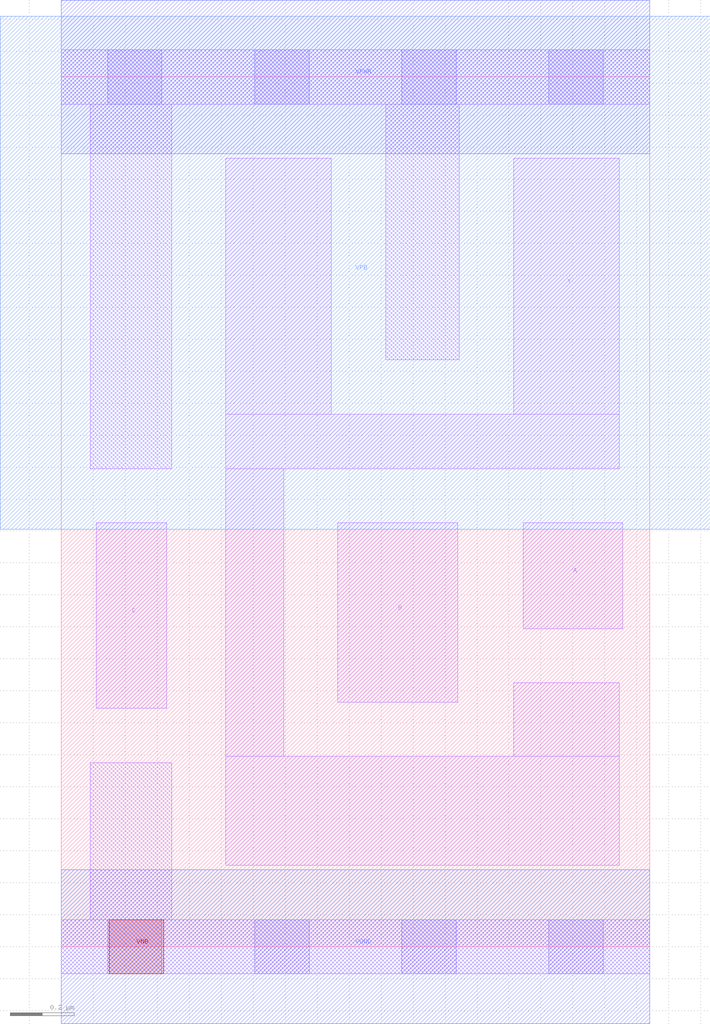
<source format=lef>
# Copyright 2020 The SkyWater PDK Authors
#
# Licensed under the Apache License, Version 2.0 (the "License");
# you may not use this file except in compliance with the License.
# You may obtain a copy of the License at
#
#     https://www.apache.org/licenses/LICENSE-2.0
#
# Unless required by applicable law or agreed to in writing, software
# distributed under the License is distributed on an "AS IS" BASIS,
# WITHOUT WARRANTIES OR CONDITIONS OF ANY KIND, either express or implied.
# See the License for the specific language governing permissions and
# limitations under the License.
#
# SPDX-License-Identifier: Apache-2.0

VERSION 5.7 ;
  NOWIREEXTENSIONATPIN ON ;
  DIVIDERCHAR "/" ;
  BUSBITCHARS "[]" ;
MACRO sky130_fd_sc_hd__nand3_1
  CLASS CORE ;
  FOREIGN sky130_fd_sc_hd__nand3_1 ;
  ORIGIN  0.000000  0.000000 ;
  SIZE  1.840000 BY  2.720000 ;
  SYMMETRY X Y R90 ;
  SITE unithd ;
  PIN A
    ANTENNAGATEAREA  0.247500 ;
    DIRECTION INPUT ;
    USE SIGNAL ;
    PORT
      LAYER li1 ;
        RECT 1.445000 0.995000 1.755000 1.325000 ;
    END
  END A
  PIN B
    ANTENNAGATEAREA  0.247500 ;
    DIRECTION INPUT ;
    USE SIGNAL ;
    PORT
      LAYER li1 ;
        RECT 0.865000 0.765000 1.240000 1.325000 ;
    END
  END B
  PIN C
    ANTENNAGATEAREA  0.247500 ;
    DIRECTION INPUT ;
    USE SIGNAL ;
    PORT
      LAYER li1 ;
        RECT 0.110000 0.745000 0.330000 1.325000 ;
    END
  END C
  PIN VNB
    PORT
      LAYER pwell ;
        RECT 0.150000 -0.085000 0.320000 0.085000 ;
    END
  END VNB
  PIN VPB
    PORT
      LAYER nwell ;
        RECT -0.190000 1.305000 2.030000 2.910000 ;
    END
  END VPB
  PIN Y
    ANTENNADIFFAREA  0.699000 ;
    DIRECTION OUTPUT ;
    USE SIGNAL ;
    PORT
      LAYER li1 ;
        RECT 0.515000 0.255000 1.745000 0.595000 ;
        RECT 0.515000 0.595000 0.695000 1.495000 ;
        RECT 0.515000 1.495000 1.745000 1.665000 ;
        RECT 0.515000 1.665000 0.845000 2.465000 ;
        RECT 1.415000 0.595000 1.745000 0.825000 ;
        RECT 1.415000 1.665000 1.745000 2.465000 ;
    END
  END Y
  PIN VGND
    DIRECTION INOUT ;
    SHAPE ABUTMENT ;
    USE GROUND ;
    PORT
      LAYER met1 ;
        RECT 0.000000 -0.240000 1.840000 0.240000 ;
    END
  END VGND
  PIN VPWR
    DIRECTION INOUT ;
    SHAPE ABUTMENT ;
    USE POWER ;
    PORT
      LAYER met1 ;
        RECT 0.000000 2.480000 1.840000 2.960000 ;
    END
  END VPWR
  OBS
    LAYER li1 ;
      RECT 0.000000 -0.085000 1.840000 0.085000 ;
      RECT 0.000000  2.635000 1.840000 2.805000 ;
      RECT 0.090000  0.085000 0.345000 0.575000 ;
      RECT 0.090000  1.495000 0.345000 2.635000 ;
      RECT 1.015000  1.835000 1.245000 2.635000 ;
    LAYER mcon ;
      RECT 0.145000 -0.085000 0.315000 0.085000 ;
      RECT 0.145000  2.635000 0.315000 2.805000 ;
      RECT 0.605000 -0.085000 0.775000 0.085000 ;
      RECT 0.605000  2.635000 0.775000 2.805000 ;
      RECT 1.065000 -0.085000 1.235000 0.085000 ;
      RECT 1.065000  2.635000 1.235000 2.805000 ;
      RECT 1.525000 -0.085000 1.695000 0.085000 ;
      RECT 1.525000  2.635000 1.695000 2.805000 ;
  END
END sky130_fd_sc_hd__nand3_1
END LIBRARY

</source>
